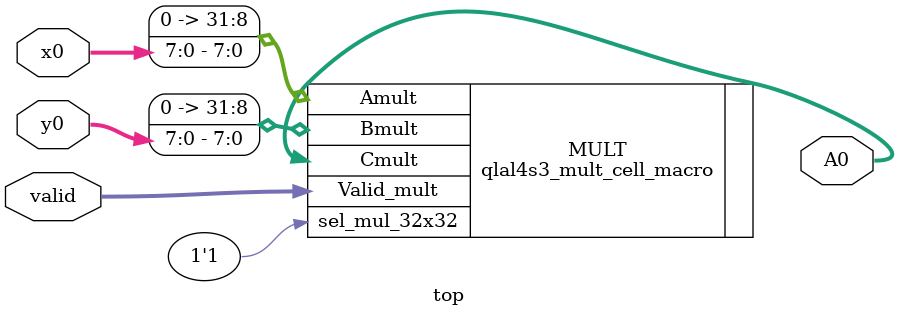
<source format=v>
module top( x0, y0, A0, valid );
    input [7:0] x0;
    input [7:0] y0;
    output [15:0] A0;
    input [1:0] valid;

    qlal4s3_mult_cell_macro MULT(
        .Amult({24'b0,x0}),
        .Bmult({24'b0,y0}),
        .Valid_mult(valid),
        .sel_mul_32x32(1'b1),
        .Cmult(A0)
    );

endmodule

</source>
